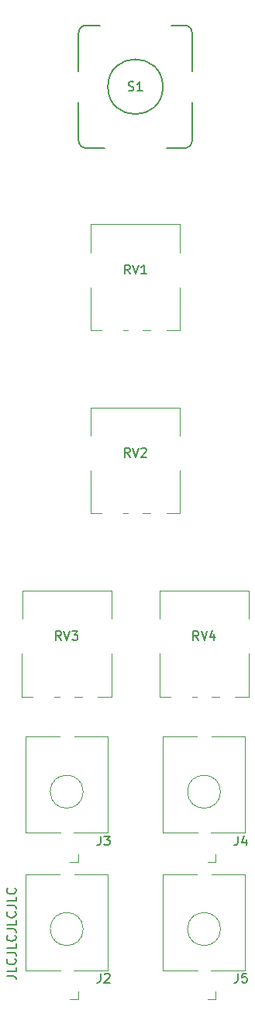
<source format=gbr>
%TF.GenerationSoftware,KiCad,Pcbnew,(6.0.9)*%
%TF.CreationDate,2023-01-29T17:20:29+01:00*%
%TF.ProjectId,wvtbl_main_board,77767462-6c5f-46d6-9169-6e5f626f6172,rev?*%
%TF.SameCoordinates,Original*%
%TF.FileFunction,Legend,Top*%
%TF.FilePolarity,Positive*%
%FSLAX46Y46*%
G04 Gerber Fmt 4.6, Leading zero omitted, Abs format (unit mm)*
G04 Created by KiCad (PCBNEW (6.0.9)) date 2023-01-29 17:20:29*
%MOMM*%
%LPD*%
G01*
G04 APERTURE LIST*
%ADD10C,0.150000*%
%ADD11C,0.120000*%
%ADD12C,0.203200*%
G04 APERTURE END LIST*
D10*
X35952380Y-152119047D02*
X36666666Y-152119047D01*
X36809523Y-152166666D01*
X36904761Y-152261904D01*
X36952380Y-152404761D01*
X36952380Y-152500000D01*
X36952380Y-151166666D02*
X36952380Y-151642857D01*
X35952380Y-151642857D01*
X36857142Y-150261904D02*
X36904761Y-150309523D01*
X36952380Y-150452380D01*
X36952380Y-150547619D01*
X36904761Y-150690476D01*
X36809523Y-150785714D01*
X36714285Y-150833333D01*
X36523809Y-150880952D01*
X36380952Y-150880952D01*
X36190476Y-150833333D01*
X36095238Y-150785714D01*
X36000000Y-150690476D01*
X35952380Y-150547619D01*
X35952380Y-150452380D01*
X36000000Y-150309523D01*
X36047619Y-150261904D01*
X35952380Y-149547619D02*
X36666666Y-149547619D01*
X36809523Y-149595238D01*
X36904761Y-149690476D01*
X36952380Y-149833333D01*
X36952380Y-149928571D01*
X36952380Y-148595238D02*
X36952380Y-149071428D01*
X35952380Y-149071428D01*
X36857142Y-147690476D02*
X36904761Y-147738095D01*
X36952380Y-147880952D01*
X36952380Y-147976190D01*
X36904761Y-148119047D01*
X36809523Y-148214285D01*
X36714285Y-148261904D01*
X36523809Y-148309523D01*
X36380952Y-148309523D01*
X36190476Y-148261904D01*
X36095238Y-148214285D01*
X36000000Y-148119047D01*
X35952380Y-147976190D01*
X35952380Y-147880952D01*
X36000000Y-147738095D01*
X36047619Y-147690476D01*
X35952380Y-146976190D02*
X36666666Y-146976190D01*
X36809523Y-147023809D01*
X36904761Y-147119047D01*
X36952380Y-147261904D01*
X36952380Y-147357142D01*
X36952380Y-146023809D02*
X36952380Y-146500000D01*
X35952380Y-146500000D01*
X36857142Y-145119047D02*
X36904761Y-145166666D01*
X36952380Y-145309523D01*
X36952380Y-145404761D01*
X36904761Y-145547619D01*
X36809523Y-145642857D01*
X36714285Y-145690476D01*
X36523809Y-145738095D01*
X36380952Y-145738095D01*
X36190476Y-145690476D01*
X36095238Y-145642857D01*
X36000000Y-145547619D01*
X35952380Y-145404761D01*
X35952380Y-145309523D01*
X36000000Y-145166666D01*
X36047619Y-145119047D01*
X35952380Y-144404761D02*
X36666666Y-144404761D01*
X36809523Y-144452380D01*
X36904761Y-144547619D01*
X36952380Y-144690476D01*
X36952380Y-144785714D01*
X36952380Y-143452380D02*
X36952380Y-143928571D01*
X35952380Y-143928571D01*
X36857142Y-142547619D02*
X36904761Y-142595238D01*
X36952380Y-142738095D01*
X36952380Y-142833333D01*
X36904761Y-142976190D01*
X36809523Y-143071428D01*
X36714285Y-143119047D01*
X36523809Y-143166666D01*
X36380952Y-143166666D01*
X36190476Y-143119047D01*
X36095238Y-143071428D01*
X36000000Y-142976190D01*
X35952380Y-142833333D01*
X35952380Y-142738095D01*
X36000000Y-142595238D01*
X36047619Y-142547619D01*
%TO.C,RV2*%
X49404761Y-95452380D02*
X49071428Y-94976190D01*
X48833333Y-95452380D02*
X48833333Y-94452380D01*
X49214285Y-94452380D01*
X49309523Y-94500000D01*
X49357142Y-94547619D01*
X49404761Y-94642857D01*
X49404761Y-94785714D01*
X49357142Y-94880952D01*
X49309523Y-94928571D01*
X49214285Y-94976190D01*
X48833333Y-94976190D01*
X49690476Y-94452380D02*
X50023809Y-95452380D01*
X50357142Y-94452380D01*
X50642857Y-94547619D02*
X50690476Y-94500000D01*
X50785714Y-94452380D01*
X51023809Y-94452380D01*
X51119047Y-94500000D01*
X51166666Y-94547619D01*
X51214285Y-94642857D01*
X51214285Y-94738095D01*
X51166666Y-94880952D01*
X50595238Y-95452380D01*
X51214285Y-95452380D01*
%TO.C,J5*%
X61196666Y-151852380D02*
X61196666Y-152566666D01*
X61149047Y-152709523D01*
X61053809Y-152804761D01*
X60910952Y-152852380D01*
X60815714Y-152852380D01*
X62149047Y-151852380D02*
X61672857Y-151852380D01*
X61625238Y-152328571D01*
X61672857Y-152280952D01*
X61768095Y-152233333D01*
X62006190Y-152233333D01*
X62101428Y-152280952D01*
X62149047Y-152328571D01*
X62196666Y-152423809D01*
X62196666Y-152661904D01*
X62149047Y-152757142D01*
X62101428Y-152804761D01*
X62006190Y-152852380D01*
X61768095Y-152852380D01*
X61672857Y-152804761D01*
X61625238Y-152757142D01*
%TO.C,S1*%
X49238095Y-55404761D02*
X49380952Y-55452380D01*
X49619047Y-55452380D01*
X49714285Y-55404761D01*
X49761904Y-55357142D01*
X49809523Y-55261904D01*
X49809523Y-55166666D01*
X49761904Y-55071428D01*
X49714285Y-55023809D01*
X49619047Y-54976190D01*
X49428571Y-54928571D01*
X49333333Y-54880952D01*
X49285714Y-54833333D01*
X49238095Y-54738095D01*
X49238095Y-54642857D01*
X49285714Y-54547619D01*
X49333333Y-54500000D01*
X49428571Y-54452380D01*
X49666666Y-54452380D01*
X49809523Y-54500000D01*
X50761904Y-55452380D02*
X50190476Y-55452380D01*
X50476190Y-55452380D02*
X50476190Y-54452380D01*
X50380952Y-54595238D01*
X50285714Y-54690476D01*
X50190476Y-54738095D01*
%TO.C,J2*%
X46196666Y-151852380D02*
X46196666Y-152566666D01*
X46149047Y-152709523D01*
X46053809Y-152804761D01*
X45910952Y-152852380D01*
X45815714Y-152852380D01*
X46625238Y-151947619D02*
X46672857Y-151900000D01*
X46768095Y-151852380D01*
X47006190Y-151852380D01*
X47101428Y-151900000D01*
X47149047Y-151947619D01*
X47196666Y-152042857D01*
X47196666Y-152138095D01*
X47149047Y-152280952D01*
X46577619Y-152852380D01*
X47196666Y-152852380D01*
%TO.C,RV4*%
X56904761Y-115452380D02*
X56571428Y-114976190D01*
X56333333Y-115452380D02*
X56333333Y-114452380D01*
X56714285Y-114452380D01*
X56809523Y-114500000D01*
X56857142Y-114547619D01*
X56904761Y-114642857D01*
X56904761Y-114785714D01*
X56857142Y-114880952D01*
X56809523Y-114928571D01*
X56714285Y-114976190D01*
X56333333Y-114976190D01*
X57190476Y-114452380D02*
X57523809Y-115452380D01*
X57857142Y-114452380D01*
X58619047Y-114785714D02*
X58619047Y-115452380D01*
X58380952Y-114404761D02*
X58142857Y-115119047D01*
X58761904Y-115119047D01*
%TO.C,RV3*%
X41904761Y-115452380D02*
X41571428Y-114976190D01*
X41333333Y-115452380D02*
X41333333Y-114452380D01*
X41714285Y-114452380D01*
X41809523Y-114500000D01*
X41857142Y-114547619D01*
X41904761Y-114642857D01*
X41904761Y-114785714D01*
X41857142Y-114880952D01*
X41809523Y-114928571D01*
X41714285Y-114976190D01*
X41333333Y-114976190D01*
X42190476Y-114452380D02*
X42523809Y-115452380D01*
X42857142Y-114452380D01*
X43095238Y-114452380D02*
X43714285Y-114452380D01*
X43380952Y-114833333D01*
X43523809Y-114833333D01*
X43619047Y-114880952D01*
X43666666Y-114928571D01*
X43714285Y-115023809D01*
X43714285Y-115261904D01*
X43666666Y-115357142D01*
X43619047Y-115404761D01*
X43523809Y-115452380D01*
X43238095Y-115452380D01*
X43142857Y-115404761D01*
X43095238Y-115357142D01*
%TO.C,J4*%
X61196666Y-136852380D02*
X61196666Y-137566666D01*
X61149047Y-137709523D01*
X61053809Y-137804761D01*
X60910952Y-137852380D01*
X60815714Y-137852380D01*
X62101428Y-137185714D02*
X62101428Y-137852380D01*
X61863333Y-136804761D02*
X61625238Y-137519047D01*
X62244285Y-137519047D01*
%TO.C,J3*%
X46196666Y-136852380D02*
X46196666Y-137566666D01*
X46149047Y-137709523D01*
X46053809Y-137804761D01*
X45910952Y-137852380D01*
X45815714Y-137852380D01*
X46577619Y-136852380D02*
X47196666Y-136852380D01*
X46863333Y-137233333D01*
X47006190Y-137233333D01*
X47101428Y-137280952D01*
X47149047Y-137328571D01*
X47196666Y-137423809D01*
X47196666Y-137661904D01*
X47149047Y-137757142D01*
X47101428Y-137804761D01*
X47006190Y-137852380D01*
X46720476Y-137852380D01*
X46625238Y-137804761D01*
X46577619Y-137757142D01*
%TO.C,RV1*%
X49404761Y-75452380D02*
X49071428Y-74976190D01*
X48833333Y-75452380D02*
X48833333Y-74452380D01*
X49214285Y-74452380D01*
X49309523Y-74500000D01*
X49357142Y-74547619D01*
X49404761Y-74642857D01*
X49404761Y-74785714D01*
X49357142Y-74880952D01*
X49309523Y-74928571D01*
X49214285Y-74976190D01*
X48833333Y-74976190D01*
X49690476Y-74452380D02*
X50023809Y-75452380D01*
X50357142Y-74452380D01*
X51214285Y-75452380D02*
X50642857Y-75452380D01*
X50928571Y-75452380D02*
X50928571Y-74452380D01*
X50833333Y-74595238D01*
X50738095Y-74690476D01*
X50642857Y-74738095D01*
D11*
%TO.C,RV2*%
X54870000Y-101620000D02*
X53380000Y-101620000D01*
X46310000Y-101620000D02*
X45130000Y-101620000D01*
X49210000Y-101620000D02*
X48680000Y-101620000D01*
X54870000Y-93090000D02*
X54870000Y-90030000D01*
X45130000Y-93090000D02*
X45130000Y-90030000D01*
X51660000Y-101620000D02*
X50830000Y-101620000D01*
X54870000Y-101620000D02*
X54870000Y-96900000D01*
X45120000Y-101620000D02*
X45120000Y-96900000D01*
X54870000Y-90030000D02*
X45130000Y-90030000D01*
%TO.C,J5*%
X62000000Y-151500000D02*
X62000000Y-141000000D01*
X58300000Y-141000000D02*
X62000000Y-141000000D01*
X53000000Y-151500000D02*
X56780000Y-151500000D01*
X58220000Y-151500000D02*
X62000000Y-151500000D01*
X58730000Y-154650000D02*
X58730000Y-153850000D01*
X53000000Y-151500000D02*
X53000000Y-141000000D01*
X58730000Y-154650000D02*
X57870000Y-154650000D01*
X53000000Y-141000000D02*
X56700000Y-141000000D01*
X59300000Y-147000000D02*
G75*
G03*
X59300000Y-147000000I-1800000J0D01*
G01*
D12*
%TO.C,S1*%
X43802400Y-56699260D02*
X43802400Y-60892800D01*
X56197600Y-56699260D02*
X56197600Y-60892800D01*
X55392420Y-48302020D02*
X53898900Y-48302020D01*
X43802400Y-53300740D02*
X43802400Y-49107200D01*
X55392420Y-61697980D02*
X53398520Y-61697980D01*
X56197600Y-53300740D02*
X56197600Y-49107200D01*
X44607580Y-61697980D02*
X46601480Y-61697980D01*
X44607580Y-48302020D02*
X46101100Y-48302020D01*
X56197580Y-49107200D02*
G75*
G03*
X55392420Y-48302020I-805180J0D01*
G01*
X44607580Y-48302020D02*
G75*
G03*
X43802400Y-49107200I1J-805181D01*
G01*
X55392420Y-61697980D02*
G75*
G03*
X56197600Y-60892800I10J805170D01*
G01*
X43802400Y-60892800D02*
G75*
G03*
X44607580Y-61697980I805181J1D01*
G01*
X52999740Y-55000000D02*
G75*
G03*
X52999740Y-55000000I-2999740J0D01*
G01*
D11*
%TO.C,J2*%
X43730000Y-154650000D02*
X42870000Y-154650000D01*
X38000000Y-141000000D02*
X41700000Y-141000000D01*
X38000000Y-151500000D02*
X38000000Y-141000000D01*
X47000000Y-151500000D02*
X47000000Y-141000000D01*
X38000000Y-151500000D02*
X41780000Y-151500000D01*
X43300000Y-141000000D02*
X47000000Y-141000000D01*
X43220000Y-151500000D02*
X47000000Y-151500000D01*
X43730000Y-154650000D02*
X43730000Y-153850000D01*
X44300000Y-147000000D02*
G75*
G03*
X44300000Y-147000000I-1800000J0D01*
G01*
%TO.C,RV4*%
X62370000Y-113090000D02*
X62370000Y-110030000D01*
X62370000Y-121620000D02*
X60880000Y-121620000D01*
X62370000Y-110030000D02*
X52630000Y-110030000D01*
X53810000Y-121620000D02*
X52630000Y-121620000D01*
X59160000Y-121620000D02*
X58330000Y-121620000D01*
X52630000Y-113090000D02*
X52630000Y-110030000D01*
X56710000Y-121620000D02*
X56180000Y-121620000D01*
X62370000Y-121620000D02*
X62370000Y-116900000D01*
X52620000Y-121620000D02*
X52620000Y-116900000D01*
%TO.C,RV3*%
X47370000Y-113090000D02*
X47370000Y-110030000D01*
X47370000Y-110030000D02*
X37630000Y-110030000D01*
X37620000Y-121620000D02*
X37620000Y-116900000D01*
X47370000Y-121620000D02*
X47370000Y-116900000D01*
X44160000Y-121620000D02*
X43330000Y-121620000D01*
X41710000Y-121620000D02*
X41180000Y-121620000D01*
X37630000Y-113090000D02*
X37630000Y-110030000D01*
X38810000Y-121620000D02*
X37630000Y-121620000D01*
X47370000Y-121620000D02*
X45880000Y-121620000D01*
%TO.C,J4*%
X53000000Y-136500000D02*
X53000000Y-126000000D01*
X58300000Y-126000000D02*
X62000000Y-126000000D01*
X58220000Y-136500000D02*
X62000000Y-136500000D01*
X58730000Y-139650000D02*
X58730000Y-138850000D01*
X53000000Y-126000000D02*
X56700000Y-126000000D01*
X58730000Y-139650000D02*
X57870000Y-139650000D01*
X62000000Y-136500000D02*
X62000000Y-126000000D01*
X53000000Y-136500000D02*
X56780000Y-136500000D01*
X59300000Y-132000000D02*
G75*
G03*
X59300000Y-132000000I-1800000J0D01*
G01*
%TO.C,J3*%
X43730000Y-139650000D02*
X43730000Y-138850000D01*
X38000000Y-136500000D02*
X38000000Y-126000000D01*
X38000000Y-126000000D02*
X41700000Y-126000000D01*
X43220000Y-136500000D02*
X47000000Y-136500000D01*
X47000000Y-136500000D02*
X47000000Y-126000000D01*
X43730000Y-139650000D02*
X42870000Y-139650000D01*
X38000000Y-136500000D02*
X41780000Y-136500000D01*
X43300000Y-126000000D02*
X47000000Y-126000000D01*
X44300000Y-132000000D02*
G75*
G03*
X44300000Y-132000000I-1800000J0D01*
G01*
%TO.C,RV1*%
X46310000Y-81620000D02*
X45130000Y-81620000D01*
X54870000Y-81620000D02*
X53380000Y-81620000D01*
X45130000Y-73090000D02*
X45130000Y-70030000D01*
X54870000Y-81620000D02*
X54870000Y-76900000D01*
X54870000Y-70030000D02*
X45130000Y-70030000D01*
X49210000Y-81620000D02*
X48680000Y-81620000D01*
X51660000Y-81620000D02*
X50830000Y-81620000D01*
X54870000Y-73090000D02*
X54870000Y-70030000D01*
X45120000Y-81620000D02*
X45120000Y-76900000D01*
%TD*%
M02*

</source>
